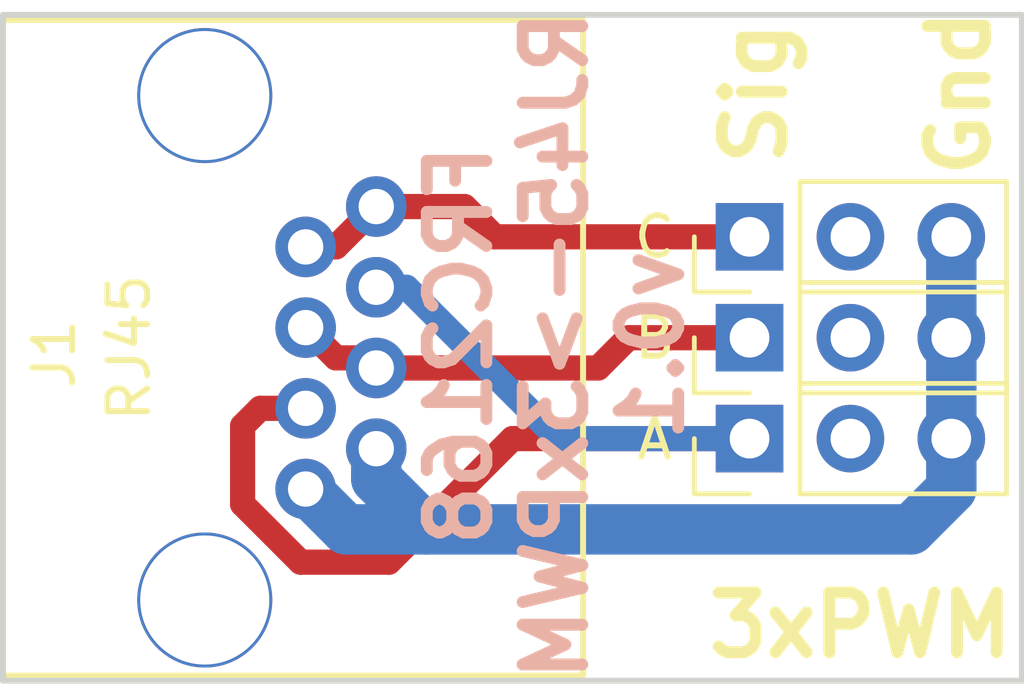
<source format=kicad_pcb>
(kicad_pcb (version 4) (host pcbnew 4.0.5)

  (general
    (links 10)
    (no_connects 0)
    (area 125.908999 90.856999 151.713001 107.771001)
    (thickness 1.6)
    (drawings 10)
    (tracks 32)
    (zones 0)
    (modules 4)
    (nets 8)
  )

  (page A4)
  (layers
    (0 F.Cu signal)
    (31 B.Cu signal)
    (32 B.Adhes user)
    (33 F.Adhes user)
    (34 B.Paste user)
    (35 F.Paste user)
    (36 B.SilkS user)
    (37 F.SilkS user)
    (38 B.Mask user)
    (39 F.Mask user)
    (40 Dwgs.User user)
    (41 Cmts.User user)
    (42 Eco1.User user)
    (43 Eco2.User user)
    (44 Edge.Cuts user)
    (45 Margin user)
    (46 B.CrtYd user)
    (47 F.CrtYd user)
    (48 B.Fab user)
    (49 F.Fab user)
  )

  (setup
    (last_trace_width 0.25)
    (trace_clearance 0.2)
    (zone_clearance 0.508)
    (zone_45_only no)
    (trace_min 0.2)
    (segment_width 0.2)
    (edge_width 0.15)
    (via_size 0.6)
    (via_drill 0.4)
    (via_min_size 0.4)
    (via_min_drill 0.3)
    (uvia_size 0.3)
    (uvia_drill 0.1)
    (uvias_allowed no)
    (uvia_min_size 0.2)
    (uvia_min_drill 0.1)
    (pcb_text_width 0.3)
    (pcb_text_size 1.5 1.5)
    (mod_edge_width 0.15)
    (mod_text_size 1 1)
    (mod_text_width 0.15)
    (pad_size 1.524 1.524)
    (pad_drill 0.762)
    (pad_to_mask_clearance 0.2)
    (aux_axis_origin 0 0)
    (visible_elements 7FFFFF7F)
    (pcbplotparams
      (layerselection 0x00030_80000001)
      (usegerberextensions false)
      (excludeedgelayer true)
      (linewidth 0.100000)
      (plotframeref false)
      (viasonmask false)
      (mode 1)
      (useauxorigin false)
      (hpglpennumber 1)
      (hpglpenspeed 20)
      (hpglpendiameter 15)
      (hpglpenoverlay 2)
      (psnegative false)
      (psa4output false)
      (plotreference true)
      (plotvalue true)
      (plotinvisibletext false)
      (padsonsilk false)
      (subtractmaskfromsilk false)
      (outputformat 1)
      (mirror false)
      (drillshape 1)
      (scaleselection 1)
      (outputdirectory ""))
  )

  (net 0 "")
  (net 1 C)
  (net 2 A)
  (net 3 B)
  (net 4 GND)
  (net 5 "Net-(P1-Pad2)")
  (net 6 "Net-(P2-Pad2)")
  (net 7 "Net-(P3-Pad2)")

  (net_class Default "This is the default net class."
    (clearance 0.2)
    (trace_width 0.25)
    (via_dia 0.6)
    (via_drill 0.4)
    (uvia_dia 0.3)
    (uvia_drill 0.1)
    (add_net "Net-(P1-Pad2)")
    (add_net "Net-(P2-Pad2)")
    (add_net "Net-(P3-Pad2)")
  )

  (net_class Power ""
    (clearance 0.15)
    (trace_width 1.27)
    (via_dia 0.6)
    (via_drill 0.4)
    (uvia_dia 0.3)
    (uvia_drill 0.1)
    (add_net GND)
  )

  (net_class Signal ""
    (clearance 0.15)
    (trace_width 0.635)
    (via_dia 0.6)
    (via_drill 0.4)
    (uvia_dia 0.3)
    (uvia_drill 0.1)
    (add_net A)
    (add_net B)
    (add_net C)
  )

  (module RJ45:EJ45_RJHSE-5080 (layer F.Cu) (tedit 58771648) (tstamp 5877212B)
    (at 131.064 92.964 270)
    (path /58772162)
    (fp_text reference J1 (at 6.51002 3.79476 270) (layer F.SilkS)
      (effects (font (size 1 1) (thickness 0.15)))
    )
    (fp_text value RJ45 (at 6.62178 -8.3312 270) (layer F.Fab)
      (effects (font (size 1 1) (thickness 0.15)))
    )
    (fp_text user RJ45 (at 6.35 1.905 270) (layer F.SilkS)
      (effects (font (size 1 1) (thickness 0.15)))
    )
    (fp_line (start 14.605 5.08) (end -1.905 5.08) (layer F.SilkS) (width 0.15))
    (fp_line (start -1.905 5.08) (end -1.905 -9.525) (layer F.SilkS) (width 0.15))
    (fp_line (start -1.905 -9.525) (end 14.605 -9.525) (layer F.SilkS) (width 0.15))
    (fp_line (start 14.605 -9.525) (end 14.605 5.08) (layer F.SilkS) (width 0.15))
    (pad 8 thru_hole circle (at 2.794 -4.318 270) (size 1.524 1.524) (drill 0.89) (layers *.Cu *.Mask)
      (net 1 C))
    (pad 7 thru_hole circle (at 3.81 -2.54 270) (size 1.524 1.524) (drill 0.89) (layers *.Cu *.Mask)
      (net 1 C))
    (pad 6 thru_hole circle (at 4.826 -4.318 270) (size 1.524 1.524) (drill 0.89) (layers *.Cu *.Mask)
      (net 2 A))
    (pad 4 thru_hole circle (at 6.858 -4.318 270) (size 1.524 1.524) (drill 0.89) (layers *.Cu *.Mask)
      (net 3 B))
    (pad 2 thru_hole circle (at 8.89 -4.318 270) (size 1.524 1.524) (drill 0.89) (layers *.Cu *.Mask)
      (net 4 GND))
    (pad 5 thru_hole circle (at 5.842 -2.54 270) (size 1.524 1.524) (drill 0.89) (layers *.Cu *.Mask)
      (net 3 B))
    (pad 3 thru_hole circle (at 7.874 -2.54 270) (size 1.524 1.524) (drill 0.89) (layers *.Cu *.Mask)
      (net 2 A))
    (pad 1 thru_hole circle (at 9.906 -2.54 270) (size 1.524 1.524) (drill 0.89) (layers *.Cu *.Mask)
      (net 4 GND))
    (pad "" thru_hole circle (at 0 0 270) (size 3.4 3.4) (drill 3.25) (layers *.Cu *.Mask))
    (pad "" thru_hole circle (at 12.7 0 270) (size 3.4 3.4) (drill 3.25) (layers *.Cu *.Mask))
  )

  (module Pin_Headers:Pin_Header_Straight_1x03_Pitch2.54mm (layer F.Cu) (tedit 58772177) (tstamp 58772132)
    (at 144.78 101.6 90)
    (descr "Through hole straight pin header, 1x03, 2.54mm pitch, single row")
    (tags "Through hole pin header THT 1x03 2.54mm single row")
    (path /58771F0A)
    (fp_text reference A (at 0 -2.39 180) (layer F.SilkS)
      (effects (font (size 1 1) (thickness 0.15)))
    )
    (fp_text value CONN_01X03 (at 0 7.47 90) (layer F.Fab) hide
      (effects (font (size 1 1) (thickness 0.15)))
    )
    (fp_line (start -1.27 -1.27) (end -1.27 6.35) (layer F.Fab) (width 0.1))
    (fp_line (start -1.27 6.35) (end 1.27 6.35) (layer F.Fab) (width 0.1))
    (fp_line (start 1.27 6.35) (end 1.27 -1.27) (layer F.Fab) (width 0.1))
    (fp_line (start 1.27 -1.27) (end -1.27 -1.27) (layer F.Fab) (width 0.1))
    (fp_line (start -1.39 1.27) (end -1.39 6.47) (layer F.SilkS) (width 0.12))
    (fp_line (start -1.39 6.47) (end 1.39 6.47) (layer F.SilkS) (width 0.12))
    (fp_line (start 1.39 6.47) (end 1.39 1.27) (layer F.SilkS) (width 0.12))
    (fp_line (start 1.39 1.27) (end -1.39 1.27) (layer F.SilkS) (width 0.12))
    (fp_line (start -1.39 0) (end -1.39 -1.39) (layer F.SilkS) (width 0.12))
    (fp_line (start -1.39 -1.39) (end 0 -1.39) (layer F.SilkS) (width 0.12))
    (fp_line (start -1.6 -1.6) (end -1.6 6.6) (layer F.CrtYd) (width 0.05))
    (fp_line (start -1.6 6.6) (end 1.6 6.6) (layer F.CrtYd) (width 0.05))
    (fp_line (start 1.6 6.6) (end 1.6 -1.6) (layer F.CrtYd) (width 0.05))
    (fp_line (start 1.6 -1.6) (end -1.6 -1.6) (layer F.CrtYd) (width 0.05))
    (pad 1 thru_hole rect (at 0 0 90) (size 1.7 1.7) (drill 1) (layers *.Cu *.Mask)
      (net 2 A))
    (pad 2 thru_hole oval (at 0 2.54 90) (size 1.7 1.7) (drill 1) (layers *.Cu *.Mask)
      (net 5 "Net-(P1-Pad2)"))
    (pad 3 thru_hole oval (at 0 5.08 90) (size 1.7 1.7) (drill 1) (layers *.Cu *.Mask)
      (net 4 GND))
    (model Pin_Headers.3dshapes/Pin_Header_Straight_1x03_Pitch2.54mm.wrl
      (at (xyz 0 -0.1 0))
      (scale (xyz 1 1 1))
      (rotate (xyz 0 0 90))
    )
  )

  (module Pin_Headers:Pin_Header_Straight_1x03_Pitch2.54mm (layer F.Cu) (tedit 58772181) (tstamp 58772139)
    (at 144.78 99.06 90)
    (descr "Through hole straight pin header, 1x03, 2.54mm pitch, single row")
    (tags "Through hole pin header THT 1x03 2.54mm single row")
    (path /587720B6)
    (fp_text reference B (at 0 -2.39 180) (layer F.SilkS)
      (effects (font (size 1 1) (thickness 0.15)))
    )
    (fp_text value CONN_01X03 (at 0 7.47 90) (layer F.Fab) hide
      (effects (font (size 1 1) (thickness 0.15)))
    )
    (fp_line (start -1.27 -1.27) (end -1.27 6.35) (layer F.Fab) (width 0.1))
    (fp_line (start -1.27 6.35) (end 1.27 6.35) (layer F.Fab) (width 0.1))
    (fp_line (start 1.27 6.35) (end 1.27 -1.27) (layer F.Fab) (width 0.1))
    (fp_line (start 1.27 -1.27) (end -1.27 -1.27) (layer F.Fab) (width 0.1))
    (fp_line (start -1.39 1.27) (end -1.39 6.47) (layer F.SilkS) (width 0.12))
    (fp_line (start -1.39 6.47) (end 1.39 6.47) (layer F.SilkS) (width 0.12))
    (fp_line (start 1.39 6.47) (end 1.39 1.27) (layer F.SilkS) (width 0.12))
    (fp_line (start 1.39 1.27) (end -1.39 1.27) (layer F.SilkS) (width 0.12))
    (fp_line (start -1.39 0) (end -1.39 -1.39) (layer F.SilkS) (width 0.12))
    (fp_line (start -1.39 -1.39) (end 0 -1.39) (layer F.SilkS) (width 0.12))
    (fp_line (start -1.6 -1.6) (end -1.6 6.6) (layer F.CrtYd) (width 0.05))
    (fp_line (start -1.6 6.6) (end 1.6 6.6) (layer F.CrtYd) (width 0.05))
    (fp_line (start 1.6 6.6) (end 1.6 -1.6) (layer F.CrtYd) (width 0.05))
    (fp_line (start 1.6 -1.6) (end -1.6 -1.6) (layer F.CrtYd) (width 0.05))
    (pad 1 thru_hole rect (at 0 0 90) (size 1.7 1.7) (drill 1) (layers *.Cu *.Mask)
      (net 3 B))
    (pad 2 thru_hole oval (at 0 2.54 90) (size 1.7 1.7) (drill 1) (layers *.Cu *.Mask)
      (net 6 "Net-(P2-Pad2)"))
    (pad 3 thru_hole oval (at 0 5.08 90) (size 1.7 1.7) (drill 1) (layers *.Cu *.Mask)
      (net 4 GND))
    (model Pin_Headers.3dshapes/Pin_Header_Straight_1x03_Pitch2.54mm.wrl
      (at (xyz 0 -0.1 0))
      (scale (xyz 1 1 1))
      (rotate (xyz 0 0 90))
    )
  )

  (module Pin_Headers:Pin_Header_Straight_1x03_Pitch2.54mm (layer F.Cu) (tedit 58772185) (tstamp 58772140)
    (at 144.78 96.52 90)
    (descr "Through hole straight pin header, 1x03, 2.54mm pitch, single row")
    (tags "Through hole pin header THT 1x03 2.54mm single row")
    (path /587720E2)
    (fp_text reference C (at 0 -2.39 180) (layer F.SilkS)
      (effects (font (size 1 1) (thickness 0.15)))
    )
    (fp_text value CONN_01X03 (at 0 7.47 90) (layer F.Fab) hide
      (effects (font (size 1 1) (thickness 0.15)))
    )
    (fp_line (start -1.27 -1.27) (end -1.27 6.35) (layer F.Fab) (width 0.1))
    (fp_line (start -1.27 6.35) (end 1.27 6.35) (layer F.Fab) (width 0.1))
    (fp_line (start 1.27 6.35) (end 1.27 -1.27) (layer F.Fab) (width 0.1))
    (fp_line (start 1.27 -1.27) (end -1.27 -1.27) (layer F.Fab) (width 0.1))
    (fp_line (start -1.39 1.27) (end -1.39 6.47) (layer F.SilkS) (width 0.12))
    (fp_line (start -1.39 6.47) (end 1.39 6.47) (layer F.SilkS) (width 0.12))
    (fp_line (start 1.39 6.47) (end 1.39 1.27) (layer F.SilkS) (width 0.12))
    (fp_line (start 1.39 1.27) (end -1.39 1.27) (layer F.SilkS) (width 0.12))
    (fp_line (start -1.39 0) (end -1.39 -1.39) (layer F.SilkS) (width 0.12))
    (fp_line (start -1.39 -1.39) (end 0 -1.39) (layer F.SilkS) (width 0.12))
    (fp_line (start -1.6 -1.6) (end -1.6 6.6) (layer F.CrtYd) (width 0.05))
    (fp_line (start -1.6 6.6) (end 1.6 6.6) (layer F.CrtYd) (width 0.05))
    (fp_line (start 1.6 6.6) (end 1.6 -1.6) (layer F.CrtYd) (width 0.05))
    (fp_line (start 1.6 -1.6) (end -1.6 -1.6) (layer F.CrtYd) (width 0.05))
    (pad 1 thru_hole rect (at 0 0 90) (size 1.7 1.7) (drill 1) (layers *.Cu *.Mask)
      (net 1 C))
    (pad 2 thru_hole oval (at 0 2.54 90) (size 1.7 1.7) (drill 1) (layers *.Cu *.Mask)
      (net 7 "Net-(P3-Pad2)"))
    (pad 3 thru_hole oval (at 0 5.08 90) (size 1.7 1.7) (drill 1) (layers *.Cu *.Mask)
      (net 4 GND))
    (model Pin_Headers.3dshapes/Pin_Header_Straight_1x03_Pitch2.54mm.wrl
      (at (xyz 0 -0.1 0))
      (scale (xyz 1 1 1))
      (rotate (xyz 0 0 90))
    )
  )

  (gr_text "FRC2168\nRJ45->3xPWM\nv0.1" (at 139.8905 99.2505 90) (layer B.SilkS)
    (effects (font (size 1.5 1.5) (thickness 0.3)) (justify mirror))
  )
  (gr_text Sig (at 144.907 92.9005 90) (layer F.SilkS)
    (effects (font (size 1.5 1.5) (thickness 0.3)))
  )
  (gr_text Gnd (at 150.0505 92.9005 90) (layer F.SilkS)
    (effects (font (size 1.45 1.45) (thickness 0.3)))
  )
  (gr_text 3xPWM (at 147.574 106.299) (layer F.SilkS)
    (effects (font (size 1.5 1.5) (thickness 0.3)))
  )
  (gr_line (start 136.398 90.932) (end 125.984 90.932) (angle 90) (layer Edge.Cuts) (width 0.15))
  (gr_line (start 151.638 90.932) (end 136.398 90.932) (angle 90) (layer Edge.Cuts) (width 0.15))
  (gr_line (start 151.638 92.71) (end 151.638 90.932) (angle 90) (layer Edge.Cuts) (width 0.15))
  (gr_line (start 151.638 107.696) (end 151.638 92.71) (angle 90) (layer Edge.Cuts) (width 0.15))
  (gr_line (start 125.984 107.696) (end 151.638 107.696) (angle 90) (layer Edge.Cuts) (width 0.15))
  (gr_line (start 125.984 90.932) (end 125.984 107.696) (angle 90) (layer Edge.Cuts) (width 0.15))

  (segment (start 144.78 96.52) (end 138.3665 96.52) (width 0.635) (layer F.Cu) (net 1) (status 400000))
  (segment (start 137.6045 95.758) (end 135.382 95.758) (width 0.635) (layer F.Cu) (net 1) (tstamp 587723F3) (status 800000))
  (segment (start 138.3665 96.52) (end 137.6045 95.758) (width 0.635) (layer F.Cu) (net 1) (tstamp 587723F2))
  (segment (start 133.604 96.774) (end 134.366 96.774) (width 0.635) (layer F.Cu) (net 1))
  (segment (start 134.366 96.774) (end 135.382 95.758) (width 0.635) (layer F.Cu) (net 1) (tstamp 58772378))
  (segment (start 144.78 101.6) (end 139.954 101.6) (width 0.635) (layer B.Cu) (net 2) (status 400000))
  (segment (start 139.954 101.6) (end 136.144 97.79) (width 0.635) (layer B.Cu) (net 2) (tstamp 58772429) (status 800000))
  (segment (start 136.144 97.79) (end 135.382 97.79) (width 0.635) (layer B.Cu) (net 2) (tstamp 5877242B) (status C00000))
  (segment (start 133.604 100.838) (end 133.35 100.838) (width 0.635) (layer B.Cu) (net 2) (status C00000))
  (segment (start 144.78 101.6) (end 138.811 101.6) (width 0.635) (layer F.Cu) (net 2) (status 400000))
  (segment (start 132.461 100.838) (end 133.604 100.838) (width 0.635) (layer F.Cu) (net 2) (tstamp 587723FB) (status 800000))
  (segment (start 132.0165 101.2825) (end 132.461 100.838) (width 0.635) (layer F.Cu) (net 2) (tstamp 587723FA))
  (segment (start 132.0165 103.251) (end 132.0165 101.2825) (width 0.635) (layer F.Cu) (net 2) (tstamp 587723F9))
  (segment (start 133.477 104.7115) (end 132.0165 103.251) (width 0.635) (layer F.Cu) (net 2) (tstamp 587723F8))
  (segment (start 135.6995 104.7115) (end 133.477 104.7115) (width 0.635) (layer F.Cu) (net 2) (tstamp 587723F7))
  (segment (start 138.811 101.6) (end 135.6995 104.7115) (width 0.635) (layer F.Cu) (net 2) (tstamp 587723F6))
  (segment (start 133.604 100.838) (end 133.604 100.584) (width 0.635) (layer B.Cu) (net 2))
  (segment (start 135.382 99.822) (end 140.97 99.822) (width 0.635) (layer F.Cu) (net 3))
  (segment (start 141.732 99.06) (end 144.78 99.06) (width 0.635) (layer F.Cu) (net 3) (tstamp 587722FD))
  (segment (start 140.97 99.822) (end 141.732 99.06) (width 0.635) (layer F.Cu) (net 3) (tstamp 587722F8))
  (segment (start 133.604 98.806) (end 134.366 99.568) (width 0.635) (layer F.Cu) (net 3))
  (segment (start 134.366 99.568) (end 135.128 99.568) (width 0.635) (layer F.Cu) (net 3) (tstamp 587722F2))
  (segment (start 135.128 99.568) (end 135.382 99.822) (width 0.635) (layer F.Cu) (net 3) (tstamp 587722F5))
  (segment (start 135.382 101.854) (end 135.382 102.616) (width 1.27) (layer B.Cu) (net 4))
  (segment (start 135.382 102.616) (end 136.652 103.886) (width 1.27) (layer B.Cu) (net 4) (tstamp 587722DA))
  (segment (start 149.86 101.6) (end 149.86 102.87) (width 1.27) (layer B.Cu) (net 4))
  (segment (start 134.62 103.886) (end 133.604 102.87) (width 1.27) (layer B.Cu) (net 4) (tstamp 587722D7))
  (segment (start 148.844 103.886) (end 136.652 103.886) (width 1.27) (layer B.Cu) (net 4) (tstamp 587722D3))
  (segment (start 136.652 103.886) (end 134.62 103.886) (width 1.27) (layer B.Cu) (net 4) (tstamp 587722DF))
  (segment (start 149.86 102.87) (end 148.844 103.886) (width 1.27) (layer B.Cu) (net 4) (tstamp 587722D1))
  (segment (start 149.86 101.6) (end 149.86 99.06) (width 1.27) (layer B.Cu) (net 4))
  (segment (start 149.86 99.06) (end 149.86 96.52) (width 1.27) (layer B.Cu) (net 4) (tstamp 587722B2))

)

</source>
